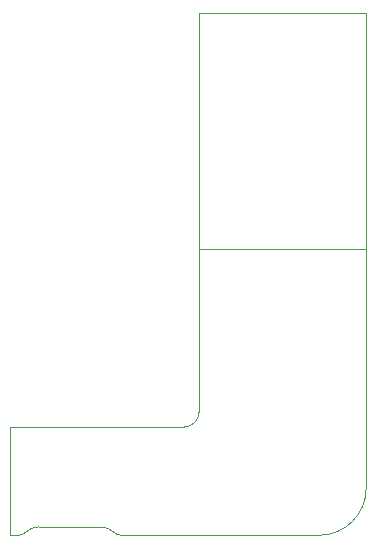
<source format=gbr>
G04*
G04 #@! TF.GenerationSoftware,Altium Limited,Altium Designer,23.0.1 (38)*
G04*
G04 Layer_Color=32768*
%FSLAX25Y25*%
%MOIN*%
G70*
G04*
G04 #@! TF.SameCoordinates,5AACE2FC-F550-4568-A226-762E45A29E99*
G04*
G04*
G04 #@! TF.FilePolarity,Positive*
G04*
G01*
G75*
%ADD10C,0.00394*%
D10*
X469606Y392028D02*
G03*
X474606Y397028I0J5000D01*
G01*
X514567Y355906D02*
G03*
X530315Y371654I0J15748D01*
G01*
X446260Y356890D02*
G03*
X448636Y355906I2376J2376D01*
G01*
X446260Y356890D02*
G03*
X441886Y358702I-4374J-4374D01*
G01*
X421106D02*
G03*
X416732Y356890I0J-6186D01*
G01*
X414356Y355906D02*
G03*
X416732Y356890I0J3360D01*
G01*
X474606Y451476D02*
X530315D01*
X474606D02*
Y529937D01*
Y451476D02*
X530315D01*
Y529937D01*
X474606D02*
X530315D01*
X411417Y355906D02*
X414356D01*
X530315Y371654D02*
Y451476D01*
X411417Y392028D02*
X417205D01*
X411417Y355906D02*
Y392028D01*
X417205D02*
X469606D01*
X474606Y397028D02*
Y451476D01*
X448636Y355906D02*
X514567D01*
X421106Y358702D02*
X441886D01*
M02*

</source>
